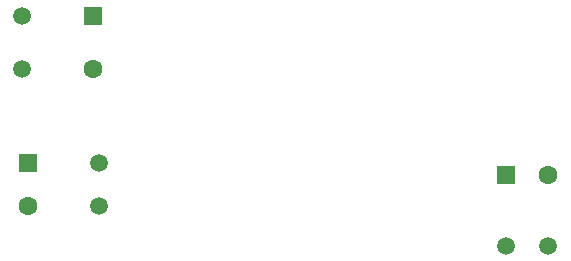
<source format=gbs>
%TF.GenerationSoftware,KiCad,Pcbnew,9.0.3*%
%TF.CreationDate,2025-09-14T12:06:08+10:00*%
%TF.ProjectId,WashingLineMonitor-P0001,57617368-696e-4674-9c69-6e654d6f6e69,AB*%
%TF.SameCoordinates,Original*%
%TF.FileFunction,Soldermask,Bot*%
%TF.FilePolarity,Negative*%
%FSLAX46Y46*%
G04 Gerber Fmt 4.6, Leading zero omitted, Abs format (unit mm)*
G04 Created by KiCad (PCBNEW 9.0.3) date 2025-09-14 12:06:08*
%MOMM*%
%LPD*%
G01*
G04 APERTURE LIST*
G04 Aperture macros list*
%AMRoundRect*
0 Rectangle with rounded corners*
0 $1 Rounding radius*
0 $2 $3 $4 $5 $6 $7 $8 $9 X,Y pos of 4 corners*
0 Add a 4 corners polygon primitive as box body*
4,1,4,$2,$3,$4,$5,$6,$7,$8,$9,$2,$3,0*
0 Add four circle primitives for the rounded corners*
1,1,$1+$1,$2,$3*
1,1,$1+$1,$4,$5*
1,1,$1+$1,$6,$7*
1,1,$1+$1,$8,$9*
0 Add four rect primitives between the rounded corners*
20,1,$1+$1,$2,$3,$4,$5,0*
20,1,$1+$1,$4,$5,$6,$7,0*
20,1,$1+$1,$6,$7,$8,$9,0*
20,1,$1+$1,$8,$9,$2,$3,0*%
G04 Aperture macros list end*
%ADD10C,1.500000*%
%ADD11RoundRect,0.250000X-0.550000X-0.550000X0.550000X-0.550000X0.550000X0.550000X-0.550000X0.550000X0*%
%ADD12C,1.600000*%
%ADD13RoundRect,0.250000X-0.550000X0.550000X-0.550000X-0.550000X0.550000X-0.550000X0.550000X0.550000X0*%
G04 APERTURE END LIST*
D10*
%TO.C,J1*%
X80900000Y-52500000D03*
X84500000Y-52500000D03*
D11*
X80900000Y-46500000D03*
D12*
X84500000Y-46500000D03*
%TD*%
D10*
%TO.C,L1*%
X40000000Y-33000000D03*
X40000000Y-37500000D03*
D13*
X46000000Y-33000000D03*
D12*
X46000000Y-37500000D03*
%TD*%
D10*
%TO.C,BT3*%
X46500000Y-45500000D03*
X46500000Y-49100000D03*
D13*
X40500000Y-45500000D03*
D12*
X40500000Y-49100000D03*
%TD*%
M02*

</source>
